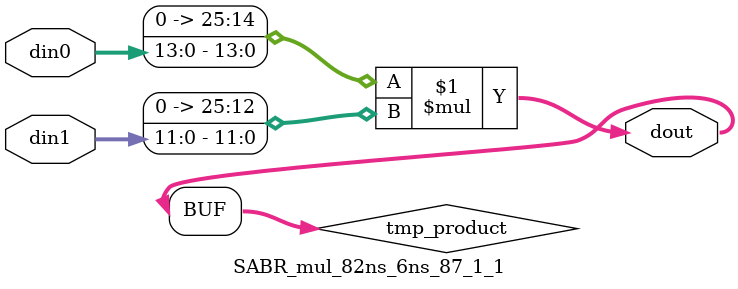
<source format=v>

`timescale 1 ns / 1 ps

 module SABR_mul_82ns_6ns_87_1_1(din0, din1, dout);
parameter ID = 1;
parameter NUM_STAGE = 0;
parameter din0_WIDTH = 14;
parameter din1_WIDTH = 12;
parameter dout_WIDTH = 26;

input [din0_WIDTH - 1 : 0] din0; 
input [din1_WIDTH - 1 : 0] din1; 
output [dout_WIDTH - 1 : 0] dout;

wire signed [dout_WIDTH - 1 : 0] tmp_product;
























assign tmp_product = $signed({1'b0, din0}) * $signed({1'b0, din1});











assign dout = tmp_product;





















endmodule

</source>
